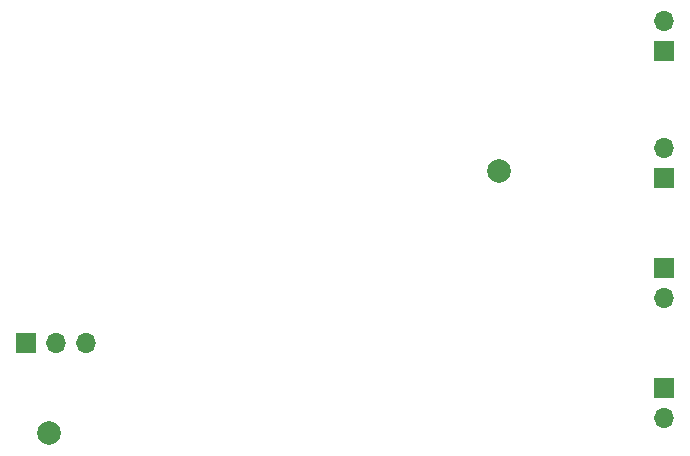
<source format=gbr>
G04 #@! TF.GenerationSoftware,KiCad,Pcbnew,(5.1.5)-3*
G04 #@! TF.CreationDate,2020-04-24T11:10:40-05:00*
G04 #@! TF.ProjectId,ESP32 Wroom energy meter,45535033-3220-4577-926f-6f6d20656e65,rev?*
G04 #@! TF.SameCoordinates,Original*
G04 #@! TF.FileFunction,Soldermask,Bot*
G04 #@! TF.FilePolarity,Negative*
%FSLAX46Y46*%
G04 Gerber Fmt 4.6, Leading zero omitted, Abs format (unit mm)*
G04 Created by KiCad (PCBNEW (5.1.5)-3) date 2020-04-24 11:10:40*
%MOMM*%
%LPD*%
G04 APERTURE LIST*
%ADD10C,2.000000*%
%ADD11O,1.700000X1.700000*%
%ADD12R,1.700000X1.700000*%
G04 APERTURE END LIST*
D10*
X171450000Y-81915000D03*
X133350000Y-104140000D03*
D11*
X185420000Y-80010000D03*
D12*
X185420000Y-82550000D03*
D11*
X185420000Y-102870000D03*
D12*
X185420000Y-100330000D03*
D11*
X185420000Y-92710000D03*
D12*
X185420000Y-90170000D03*
D11*
X185420000Y-69215000D03*
D12*
X185420000Y-71755000D03*
D11*
X136525000Y-96520000D03*
X133985000Y-96520000D03*
D12*
X131445000Y-96520000D03*
M02*

</source>
